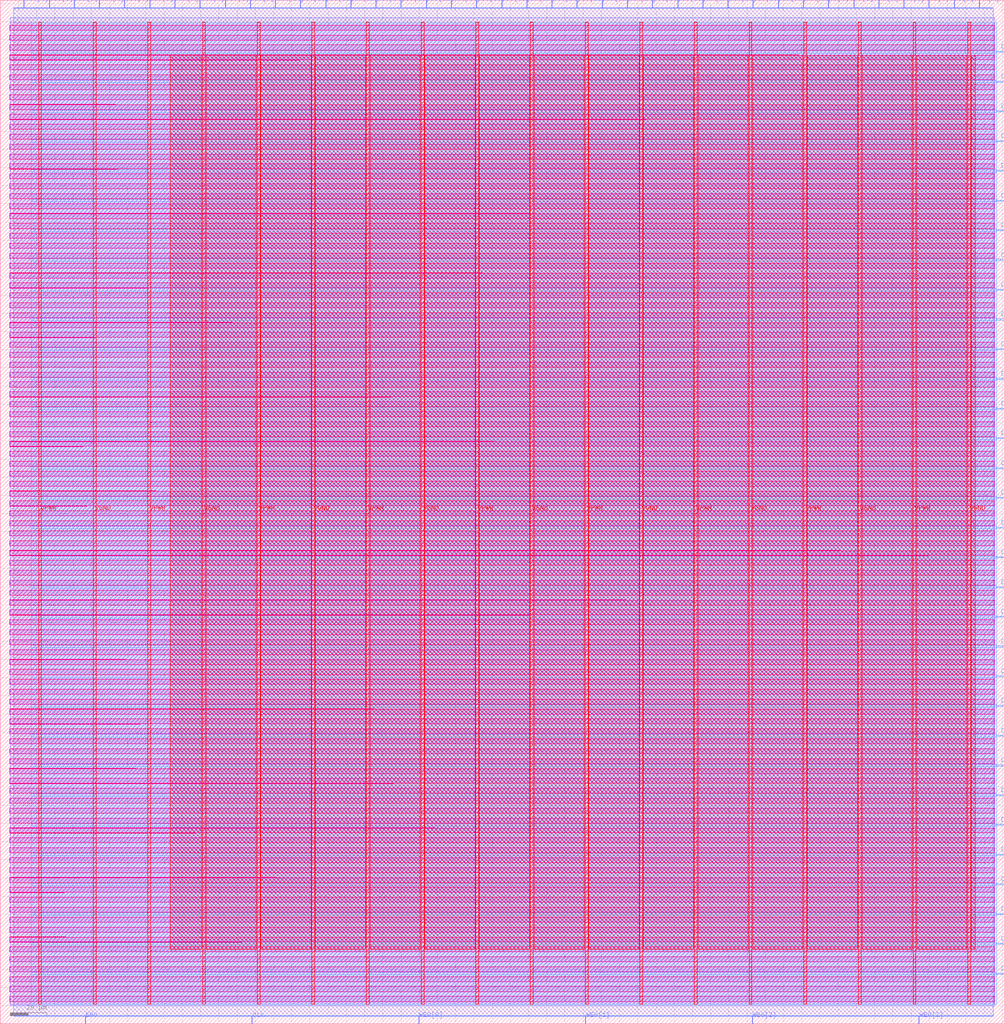
<source format=lef>
VERSION 5.7 ;
  NOWIREEXTENSIONATPIN ON ;
  DIVIDERCHAR "/" ;
  BUSBITCHARS "[]" ;
MACRO DFFRAM128x32
  CLASS BLOCK ;
  FOREIGN DFFRAM128x32 ;
  ORIGIN 0.000 0.000 ;
  SIZE 551.115 BY 561.835 ;
  PIN A0[0]
    DIRECTION INPUT ;
    USE SIGNAL ;
    ANTENNAGATEAREA 0.126000 ;
    PORT
      LAYER met2 ;
        RECT 454.570 557.835 454.850 561.835 ;
    END
  END A0[0]
  PIN A0[1]
    DIRECTION INPUT ;
    USE SIGNAL ;
    ANTENNAGATEAREA 0.495000 ;
    PORT
      LAYER met2 ;
        RECT 468.370 557.835 468.650 561.835 ;
    END
  END A0[1]
  PIN A0[2]
    DIRECTION INPUT ;
    USE SIGNAL ;
    ANTENNAGATEAREA 0.495000 ;
    PORT
      LAYER met2 ;
        RECT 482.170 557.835 482.450 561.835 ;
    END
  END A0[2]
  PIN A0[3]
    DIRECTION INPUT ;
    USE SIGNAL ;
    ANTENNAGATEAREA 0.495000 ;
    PORT
      LAYER met2 ;
        RECT 495.970 557.835 496.250 561.835 ;
    END
  END A0[3]
  PIN A0[4]
    DIRECTION INPUT ;
    USE SIGNAL ;
    ANTENNAGATEAREA 0.247500 ;
    PORT
      LAYER met2 ;
        RECT 509.770 557.835 510.050 561.835 ;
    END
  END A0[4]
  PIN A0[5]
    DIRECTION INPUT ;
    USE SIGNAL ;
    ANTENNAGATEAREA 0.247500 ;
    PORT
      LAYER met2 ;
        RECT 523.570 557.835 523.850 561.835 ;
    END
  END A0[5]
  PIN A0[6]
    DIRECTION INPUT ;
    USE SIGNAL ;
    ANTENNAGATEAREA 0.247500 ;
    PORT
      LAYER met2 ;
        RECT 537.370 557.835 537.650 561.835 ;
    END
  END A0[6]
  PIN CLK
    DIRECTION INPUT ;
    USE SIGNAL ;
    ANTENNAGATEAREA 0.852000 ;
    PORT
      LAYER met2 ;
        RECT 138.090 0.000 138.370 4.000 ;
    END
  END CLK
  PIN Di0[0]
    DIRECTION INPUT ;
    USE SIGNAL ;
    ANTENNAGATEAREA 0.126000 ;
    PORT
      LAYER met3 ;
        RECT 547.115 27.240 551.115 27.840 ;
    END
  END Di0[0]
  PIN Di0[10]
    DIRECTION INPUT ;
    USE SIGNAL ;
    ANTENNAGATEAREA 0.126000 ;
    PORT
      LAYER met3 ;
        RECT 547.115 190.440 551.115 191.040 ;
    END
  END Di0[10]
  PIN Di0[11]
    DIRECTION INPUT ;
    USE SIGNAL ;
    ANTENNAGATEAREA 0.126000 ;
    PORT
      LAYER met3 ;
        RECT 547.115 206.760 551.115 207.360 ;
    END
  END Di0[11]
  PIN Di0[12]
    DIRECTION INPUT ;
    USE SIGNAL ;
    ANTENNAGATEAREA 0.126000 ;
    PORT
      LAYER met3 ;
        RECT 547.115 223.080 551.115 223.680 ;
    END
  END Di0[12]
  PIN Di0[13]
    DIRECTION INPUT ;
    USE SIGNAL ;
    ANTENNAGATEAREA 0.126000 ;
    PORT
      LAYER met3 ;
        RECT 547.115 239.400 551.115 240.000 ;
    END
  END Di0[13]
  PIN Di0[14]
    DIRECTION INPUT ;
    USE SIGNAL ;
    ANTENNAGATEAREA 0.126000 ;
    PORT
      LAYER met3 ;
        RECT 547.115 255.720 551.115 256.320 ;
    END
  END Di0[14]
  PIN Di0[15]
    DIRECTION INPUT ;
    USE SIGNAL ;
    ANTENNAGATEAREA 0.126000 ;
    PORT
      LAYER met3 ;
        RECT 547.115 272.040 551.115 272.640 ;
    END
  END Di0[15]
  PIN Di0[16]
    DIRECTION INPUT ;
    USE SIGNAL ;
    ANTENNAGATEAREA 0.126000 ;
    PORT
      LAYER met3 ;
        RECT 547.115 288.360 551.115 288.960 ;
    END
  END Di0[16]
  PIN Di0[17]
    DIRECTION INPUT ;
    USE SIGNAL ;
    ANTENNAGATEAREA 0.126000 ;
    PORT
      LAYER met3 ;
        RECT 547.115 304.680 551.115 305.280 ;
    END
  END Di0[17]
  PIN Di0[18]
    DIRECTION INPUT ;
    USE SIGNAL ;
    ANTENNAGATEAREA 0.126000 ;
    PORT
      LAYER met3 ;
        RECT 547.115 321.000 551.115 321.600 ;
    END
  END Di0[18]
  PIN Di0[19]
    DIRECTION INPUT ;
    USE SIGNAL ;
    ANTENNAGATEAREA 0.126000 ;
    PORT
      LAYER met3 ;
        RECT 547.115 337.320 551.115 337.920 ;
    END
  END Di0[19]
  PIN Di0[1]
    DIRECTION INPUT ;
    USE SIGNAL ;
    ANTENNAGATEAREA 0.126000 ;
    PORT
      LAYER met3 ;
        RECT 547.115 43.560 551.115 44.160 ;
    END
  END Di0[1]
  PIN Di0[20]
    DIRECTION INPUT ;
    USE SIGNAL ;
    ANTENNAGATEAREA 0.126000 ;
    PORT
      LAYER met3 ;
        RECT 547.115 353.640 551.115 354.240 ;
    END
  END Di0[20]
  PIN Di0[21]
    DIRECTION INPUT ;
    USE SIGNAL ;
    ANTENNAGATEAREA 0.126000 ;
    PORT
      LAYER met3 ;
        RECT 547.115 369.960 551.115 370.560 ;
    END
  END Di0[21]
  PIN Di0[22]
    DIRECTION INPUT ;
    USE SIGNAL ;
    ANTENNAGATEAREA 0.126000 ;
    PORT
      LAYER met3 ;
        RECT 547.115 386.280 551.115 386.880 ;
    END
  END Di0[22]
  PIN Di0[23]
    DIRECTION INPUT ;
    USE SIGNAL ;
    ANTENNAGATEAREA 0.126000 ;
    PORT
      LAYER met3 ;
        RECT 547.115 402.600 551.115 403.200 ;
    END
  END Di0[23]
  PIN Di0[24]
    DIRECTION INPUT ;
    USE SIGNAL ;
    ANTENNAGATEAREA 0.126000 ;
    PORT
      LAYER met3 ;
        RECT 547.115 418.920 551.115 419.520 ;
    END
  END Di0[24]
  PIN Di0[25]
    DIRECTION INPUT ;
    USE SIGNAL ;
    ANTENNAGATEAREA 0.126000 ;
    PORT
      LAYER met3 ;
        RECT 547.115 435.240 551.115 435.840 ;
    END
  END Di0[25]
  PIN Di0[26]
    DIRECTION INPUT ;
    USE SIGNAL ;
    ANTENNAGATEAREA 0.126000 ;
    PORT
      LAYER met3 ;
        RECT 547.115 451.560 551.115 452.160 ;
    END
  END Di0[26]
  PIN Di0[27]
    DIRECTION INPUT ;
    USE SIGNAL ;
    ANTENNAGATEAREA 0.126000 ;
    PORT
      LAYER met3 ;
        RECT 547.115 467.880 551.115 468.480 ;
    END
  END Di0[27]
  PIN Di0[28]
    DIRECTION INPUT ;
    USE SIGNAL ;
    ANTENNAGATEAREA 0.126000 ;
    PORT
      LAYER met3 ;
        RECT 547.115 484.200 551.115 484.800 ;
    END
  END Di0[28]
  PIN Di0[29]
    DIRECTION INPUT ;
    USE SIGNAL ;
    ANTENNAGATEAREA 0.126000 ;
    PORT
      LAYER met3 ;
        RECT 547.115 500.520 551.115 501.120 ;
    END
  END Di0[29]
  PIN Di0[2]
    DIRECTION INPUT ;
    USE SIGNAL ;
    ANTENNAGATEAREA 0.126000 ;
    PORT
      LAYER met3 ;
        RECT 547.115 59.880 551.115 60.480 ;
    END
  END Di0[2]
  PIN Di0[30]
    DIRECTION INPUT ;
    USE SIGNAL ;
    ANTENNAGATEAREA 0.126000 ;
    PORT
      LAYER met3 ;
        RECT 547.115 516.840 551.115 517.440 ;
    END
  END Di0[30]
  PIN Di0[31]
    DIRECTION INPUT ;
    USE SIGNAL ;
    ANTENNAGATEAREA 0.126000 ;
    PORT
      LAYER met3 ;
        RECT 547.115 533.160 551.115 533.760 ;
    END
  END Di0[31]
  PIN Di0[3]
    DIRECTION INPUT ;
    USE SIGNAL ;
    ANTENNAGATEAREA 0.126000 ;
    PORT
      LAYER met3 ;
        RECT 547.115 76.200 551.115 76.800 ;
    END
  END Di0[3]
  PIN Di0[4]
    DIRECTION INPUT ;
    USE SIGNAL ;
    ANTENNAGATEAREA 0.126000 ;
    PORT
      LAYER met3 ;
        RECT 547.115 92.520 551.115 93.120 ;
    END
  END Di0[4]
  PIN Di0[5]
    DIRECTION INPUT ;
    USE SIGNAL ;
    ANTENNAGATEAREA 0.126000 ;
    PORT
      LAYER met3 ;
        RECT 547.115 108.840 551.115 109.440 ;
    END
  END Di0[5]
  PIN Di0[6]
    DIRECTION INPUT ;
    USE SIGNAL ;
    ANTENNAGATEAREA 0.126000 ;
    PORT
      LAYER met3 ;
        RECT 547.115 125.160 551.115 125.760 ;
    END
  END Di0[6]
  PIN Di0[7]
    DIRECTION INPUT ;
    USE SIGNAL ;
    ANTENNAGATEAREA 0.126000 ;
    PORT
      LAYER met3 ;
        RECT 547.115 141.480 551.115 142.080 ;
    END
  END Di0[7]
  PIN Di0[8]
    DIRECTION INPUT ;
    USE SIGNAL ;
    ANTENNAGATEAREA 0.126000 ;
    PORT
      LAYER met3 ;
        RECT 547.115 157.800 551.115 158.400 ;
    END
  END Di0[8]
  PIN Di0[9]
    DIRECTION INPUT ;
    USE SIGNAL ;
    ANTENNAGATEAREA 0.126000 ;
    PORT
      LAYER met3 ;
        RECT 547.115 174.120 551.115 174.720 ;
    END
  END Di0[9]
  PIN Do0[0]
    DIRECTION OUTPUT TRISTATE ;
    USE SIGNAL ;
    ANTENNADIFFAREA 1.336500 ;
    PORT
      LAYER met2 ;
        RECT 12.970 557.835 13.250 561.835 ;
    END
  END Do0[0]
  PIN Do0[10]
    DIRECTION OUTPUT TRISTATE ;
    USE SIGNAL ;
    ANTENNADIFFAREA 1.336500 ;
    PORT
      LAYER met2 ;
        RECT 150.970 557.835 151.250 561.835 ;
    END
  END Do0[10]
  PIN Do0[11]
    DIRECTION OUTPUT TRISTATE ;
    USE SIGNAL ;
    ANTENNADIFFAREA 1.590400 ;
    PORT
      LAYER met2 ;
        RECT 164.770 557.835 165.050 561.835 ;
    END
  END Do0[11]
  PIN Do0[12]
    DIRECTION OUTPUT TRISTATE ;
    USE SIGNAL ;
    ANTENNADIFFAREA 1.782000 ;
    PORT
      LAYER met2 ;
        RECT 178.570 557.835 178.850 561.835 ;
    END
  END Do0[12]
  PIN Do0[13]
    DIRECTION OUTPUT TRISTATE ;
    USE SIGNAL ;
    ANTENNADIFFAREA 1.336500 ;
    PORT
      LAYER met2 ;
        RECT 192.370 557.835 192.650 561.835 ;
    END
  END Do0[13]
  PIN Do0[14]
    DIRECTION OUTPUT TRISTATE ;
    USE SIGNAL ;
    ANTENNADIFFAREA 1.336500 ;
    PORT
      LAYER met2 ;
        RECT 206.170 557.835 206.450 561.835 ;
    END
  END Do0[14]
  PIN Do0[15]
    DIRECTION OUTPUT TRISTATE ;
    USE SIGNAL ;
    ANTENNADIFFAREA 1.336500 ;
    PORT
      LAYER met2 ;
        RECT 219.970 557.835 220.250 561.835 ;
    END
  END Do0[15]
  PIN Do0[16]
    DIRECTION OUTPUT TRISTATE ;
    USE SIGNAL ;
    ANTENNADIFFAREA 1.590400 ;
    PORT
      LAYER met2 ;
        RECT 233.770 557.835 234.050 561.835 ;
    END
  END Do0[16]
  PIN Do0[17]
    DIRECTION OUTPUT TRISTATE ;
    USE SIGNAL ;
    ANTENNADIFFAREA 1.782000 ;
    PORT
      LAYER met2 ;
        RECT 247.570 557.835 247.850 561.835 ;
    END
  END Do0[17]
  PIN Do0[18]
    DIRECTION OUTPUT TRISTATE ;
    USE SIGNAL ;
    ANTENNADIFFAREA 1.336500 ;
    PORT
      LAYER met2 ;
        RECT 261.370 557.835 261.650 561.835 ;
    END
  END Do0[18]
  PIN Do0[19]
    DIRECTION OUTPUT TRISTATE ;
    USE SIGNAL ;
    ANTENNADIFFAREA 1.336500 ;
    PORT
      LAYER met2 ;
        RECT 275.170 557.835 275.450 561.835 ;
    END
  END Do0[19]
  PIN Do0[1]
    DIRECTION OUTPUT TRISTATE ;
    USE SIGNAL ;
    ANTENNADIFFAREA 1.590400 ;
    PORT
      LAYER met2 ;
        RECT 26.770 557.835 27.050 561.835 ;
    END
  END Do0[1]
  PIN Do0[20]
    DIRECTION OUTPUT TRISTATE ;
    USE SIGNAL ;
    ANTENNADIFFAREA 1.336500 ;
    PORT
      LAYER met2 ;
        RECT 288.970 557.835 289.250 561.835 ;
    END
  END Do0[20]
  PIN Do0[21]
    DIRECTION OUTPUT TRISTATE ;
    USE SIGNAL ;
    ANTENNADIFFAREA 1.336500 ;
    PORT
      LAYER met2 ;
        RECT 302.770 557.835 303.050 561.835 ;
    END
  END Do0[21]
  PIN Do0[22]
    DIRECTION OUTPUT TRISTATE ;
    USE SIGNAL ;
    ANTENNADIFFAREA 1.336500 ;
    PORT
      LAYER met2 ;
        RECT 316.570 557.835 316.850 561.835 ;
    END
  END Do0[22]
  PIN Do0[23]
    DIRECTION OUTPUT TRISTATE ;
    USE SIGNAL ;
    ANTENNADIFFAREA 1.590400 ;
    PORT
      LAYER met2 ;
        RECT 330.370 557.835 330.650 561.835 ;
    END
  END Do0[23]
  PIN Do0[24]
    DIRECTION OUTPUT TRISTATE ;
    USE SIGNAL ;
    ANTENNADIFFAREA 1.336500 ;
    PORT
      LAYER met2 ;
        RECT 344.170 557.835 344.450 561.835 ;
    END
  END Do0[24]
  PIN Do0[25]
    DIRECTION OUTPUT TRISTATE ;
    USE SIGNAL ;
    ANTENNADIFFAREA 1.336500 ;
    PORT
      LAYER met2 ;
        RECT 357.970 557.835 358.250 561.835 ;
    END
  END Do0[25]
  PIN Do0[26]
    DIRECTION OUTPUT TRISTATE ;
    USE SIGNAL ;
    ANTENNADIFFAREA 1.336500 ;
    PORT
      LAYER met2 ;
        RECT 371.770 557.835 372.050 561.835 ;
    END
  END Do0[26]
  PIN Do0[27]
    DIRECTION OUTPUT TRISTATE ;
    USE SIGNAL ;
    ANTENNADIFFAREA 1.336500 ;
    PORT
      LAYER met2 ;
        RECT 385.570 557.835 385.850 561.835 ;
    END
  END Do0[27]
  PIN Do0[28]
    DIRECTION OUTPUT TRISTATE ;
    USE SIGNAL ;
    ANTENNADIFFAREA 1.336500 ;
    PORT
      LAYER met2 ;
        RECT 399.370 557.835 399.650 561.835 ;
    END
  END Do0[28]
  PIN Do0[29]
    DIRECTION OUTPUT TRISTATE ;
    USE SIGNAL ;
    ANTENNADIFFAREA 1.336500 ;
    PORT
      LAYER met2 ;
        RECT 413.170 557.835 413.450 561.835 ;
    END
  END Do0[29]
  PIN Do0[2]
    DIRECTION OUTPUT TRISTATE ;
    USE SIGNAL ;
    ANTENNADIFFAREA 1.336500 ;
    PORT
      LAYER met2 ;
        RECT 40.570 557.835 40.850 561.835 ;
    END
  END Do0[2]
  PIN Do0[30]
    DIRECTION OUTPUT TRISTATE ;
    USE SIGNAL ;
    ANTENNADIFFAREA 1.336500 ;
    PORT
      LAYER met2 ;
        RECT 426.970 557.835 427.250 561.835 ;
    END
  END Do0[30]
  PIN Do0[31]
    DIRECTION OUTPUT TRISTATE ;
    USE SIGNAL ;
    ANTENNADIFFAREA 1.336500 ;
    PORT
      LAYER met2 ;
        RECT 440.770 557.835 441.050 561.835 ;
    END
  END Do0[31]
  PIN Do0[3]
    DIRECTION OUTPUT TRISTATE ;
    USE SIGNAL ;
    ANTENNADIFFAREA 1.336500 ;
    PORT
      LAYER met2 ;
        RECT 54.370 557.835 54.650 561.835 ;
    END
  END Do0[3]
  PIN Do0[4]
    DIRECTION OUTPUT TRISTATE ;
    USE SIGNAL ;
    ANTENNADIFFAREA 1.336500 ;
    PORT
      LAYER met2 ;
        RECT 68.170 557.835 68.450 561.835 ;
    END
  END Do0[4]
  PIN Do0[5]
    DIRECTION OUTPUT TRISTATE ;
    USE SIGNAL ;
    ANTENNADIFFAREA 1.336500 ;
    PORT
      LAYER met2 ;
        RECT 81.970 557.835 82.250 561.835 ;
    END
  END Do0[5]
  PIN Do0[6]
    DIRECTION OUTPUT TRISTATE ;
    USE SIGNAL ;
    ANTENNADIFFAREA 1.336500 ;
    PORT
      LAYER met2 ;
        RECT 95.770 557.835 96.050 561.835 ;
    END
  END Do0[6]
  PIN Do0[7]
    DIRECTION OUTPUT TRISTATE ;
    USE SIGNAL ;
    ANTENNADIFFAREA 1.336500 ;
    PORT
      LAYER met2 ;
        RECT 109.570 557.835 109.850 561.835 ;
    END
  END Do0[7]
  PIN Do0[8]
    DIRECTION OUTPUT TRISTATE ;
    USE SIGNAL ;
    ANTENNADIFFAREA 1.336500 ;
    PORT
      LAYER met2 ;
        RECT 123.370 557.835 123.650 561.835 ;
    END
  END Do0[8]
  PIN Do0[9]
    DIRECTION OUTPUT TRISTATE ;
    USE SIGNAL ;
    ANTENNADIFFAREA 1.782000 ;
    PORT
      LAYER met2 ;
        RECT 137.170 557.835 137.450 561.835 ;
    END
  END Do0[9]
  PIN EN0
    DIRECTION INPUT ;
    USE SIGNAL ;
    ANTENNAGATEAREA 0.196500 ;
    PORT
      LAYER met2 ;
        RECT 46.550 0.000 46.830 4.000 ;
    END
  END EN0
  PIN VGND
    DIRECTION INOUT ;
    USE GROUND ;
    PORT
      LAYER met4 ;
        RECT 51.040 10.640 52.640 549.680 ;
    END
    PORT
      LAYER met4 ;
        RECT 111.040 10.640 112.640 549.680 ;
    END
    PORT
      LAYER met4 ;
        RECT 171.040 10.640 172.640 549.680 ;
    END
    PORT
      LAYER met4 ;
        RECT 231.040 10.640 232.640 549.680 ;
    END
    PORT
      LAYER met4 ;
        RECT 291.040 10.640 292.640 549.680 ;
    END
    PORT
      LAYER met4 ;
        RECT 351.040 10.640 352.640 549.680 ;
    END
    PORT
      LAYER met4 ;
        RECT 411.040 10.640 412.640 549.680 ;
    END
    PORT
      LAYER met4 ;
        RECT 471.040 10.640 472.640 549.680 ;
    END
    PORT
      LAYER met4 ;
        RECT 531.040 10.640 532.640 549.680 ;
    END
  END VGND
  PIN VPWR
    DIRECTION INOUT ;
    USE POWER ;
    PORT
      LAYER met4 ;
        RECT 21.040 10.640 22.640 549.680 ;
    END
    PORT
      LAYER met4 ;
        RECT 81.040 10.640 82.640 549.680 ;
    END
    PORT
      LAYER met4 ;
        RECT 141.040 10.640 142.640 549.680 ;
    END
    PORT
      LAYER met4 ;
        RECT 201.040 10.640 202.640 549.680 ;
    END
    PORT
      LAYER met4 ;
        RECT 261.040 10.640 262.640 549.680 ;
    END
    PORT
      LAYER met4 ;
        RECT 321.040 10.640 322.640 549.680 ;
    END
    PORT
      LAYER met4 ;
        RECT 381.040 10.640 382.640 549.680 ;
    END
    PORT
      LAYER met4 ;
        RECT 441.040 10.640 442.640 549.680 ;
    END
    PORT
      LAYER met4 ;
        RECT 501.040 10.640 502.640 549.680 ;
    END
  END VPWR
  PIN WE0[0]
    DIRECTION INPUT ;
    USE SIGNAL ;
    ANTENNAGATEAREA 0.495000 ;
    PORT
      LAYER met2 ;
        RECT 229.630 0.000 229.910 4.000 ;
    END
  END WE0[0]
  PIN WE0[1]
    DIRECTION INPUT ;
    USE SIGNAL ;
    ANTENNAGATEAREA 0.495000 ;
    PORT
      LAYER met2 ;
        RECT 321.170 0.000 321.450 4.000 ;
    END
  END WE0[1]
  PIN WE0[2]
    DIRECTION INPUT ;
    USE SIGNAL ;
    ANTENNAGATEAREA 0.213000 ;
    PORT
      LAYER met2 ;
        RECT 412.710 0.000 412.990 4.000 ;
    END
  END WE0[2]
  PIN WE0[3]
    DIRECTION INPUT ;
    USE SIGNAL ;
    ANTENNAGATEAREA 0.495000 ;
    PORT
      LAYER met2 ;
        RECT 504.250 0.000 504.530 4.000 ;
    END
  END WE0[3]
  OBS
      LAYER nwell ;
        RECT 5.330 545.305 545.750 548.135 ;
        RECT 5.330 539.865 545.750 542.695 ;
        RECT 5.330 534.475 545.750 537.255 ;
        RECT 5.330 534.425 483.995 534.475 ;
        RECT 5.330 531.765 437.995 531.815 ;
        RECT 5.330 529.035 545.750 531.765 ;
        RECT 5.330 528.985 164.295 529.035 ;
        RECT 5.330 526.325 51.595 526.375 ;
        RECT 5.330 523.595 545.750 526.325 ;
        RECT 5.330 523.545 64.475 523.595 ;
        RECT 5.330 520.885 32.735 520.935 ;
        RECT 5.330 518.155 545.750 520.885 ;
        RECT 5.330 518.105 319.315 518.155 ;
        RECT 5.330 515.445 32.735 515.495 ;
        RECT 5.330 512.715 545.750 515.445 ;
        RECT 5.330 512.665 438.455 512.715 ;
        RECT 5.330 510.005 110.015 510.055 ;
        RECT 5.330 507.275 545.750 510.005 ;
        RECT 5.330 507.225 229.155 507.275 ;
        RECT 5.330 504.565 63.095 504.615 ;
        RECT 5.330 501.835 545.750 504.565 ;
        RECT 5.330 501.785 28.135 501.835 ;
        RECT 5.330 499.125 135.775 499.175 ;
        RECT 5.330 496.395 545.750 499.125 ;
        RECT 5.330 496.345 354.735 496.395 ;
        RECT 5.330 493.685 166.135 493.735 ;
        RECT 5.330 490.955 545.750 493.685 ;
        RECT 5.330 490.905 106.795 490.955 ;
        RECT 5.330 485.515 545.750 488.295 ;
        RECT 5.330 485.465 26.295 485.515 ;
        RECT 5.330 482.805 103.115 482.855 ;
        RECT 5.330 480.075 545.750 482.805 ;
        RECT 5.330 480.025 148.655 480.075 ;
        RECT 5.330 477.365 161.535 477.415 ;
        RECT 5.330 474.635 545.750 477.365 ;
        RECT 5.330 474.585 514.815 474.635 ;
        RECT 5.330 469.195 545.750 471.975 ;
        RECT 5.330 469.145 64.475 469.195 ;
        RECT 5.330 466.485 84.255 466.535 ;
        RECT 5.330 463.705 545.750 466.485 ;
        RECT 5.330 461.045 19.395 461.095 ;
        RECT 5.330 458.315 545.750 461.045 ;
        RECT 5.330 458.265 163.835 458.315 ;
        RECT 5.330 455.605 316.095 455.655 ;
        RECT 5.330 452.875 545.750 455.605 ;
        RECT 5.330 452.825 23.995 452.875 ;
        RECT 5.330 450.165 33.655 450.215 ;
        RECT 5.330 447.435 545.750 450.165 ;
        RECT 5.330 447.385 102.195 447.435 ;
        RECT 5.330 444.725 290.335 444.775 ;
        RECT 5.330 441.995 545.750 444.725 ;
        RECT 5.330 441.945 63.555 441.995 ;
        RECT 5.330 439.285 437.535 439.335 ;
        RECT 5.330 436.505 545.750 439.285 ;
        RECT 5.330 433.845 25.835 433.895 ;
        RECT 5.330 431.065 545.750 433.845 ;
        RECT 5.330 428.405 164.295 428.455 ;
        RECT 5.330 425.625 545.750 428.405 ;
        RECT 5.330 422.965 73.675 423.015 ;
        RECT 5.330 420.235 545.750 422.965 ;
        RECT 5.330 420.185 134.395 420.235 ;
        RECT 5.330 417.525 46.535 417.575 ;
        RECT 5.330 414.795 545.750 417.525 ;
        RECT 5.330 414.745 354.735 414.795 ;
        RECT 5.330 412.085 264.575 412.135 ;
        RECT 5.330 409.355 545.750 412.085 ;
        RECT 5.330 409.305 23.995 409.355 ;
        RECT 5.330 403.915 545.750 406.695 ;
        RECT 5.330 403.865 81.035 403.915 ;
        RECT 5.330 401.205 153.715 401.255 ;
        RECT 5.330 398.475 545.750 401.205 ;
        RECT 5.330 398.425 99.435 398.475 ;
        RECT 5.330 395.765 23.995 395.815 ;
        RECT 5.330 393.035 545.750 395.765 ;
        RECT 5.330 392.985 338.635 393.035 ;
        RECT 5.330 390.325 42.395 390.375 ;
        RECT 5.330 387.595 545.750 390.325 ;
        RECT 5.330 387.545 73.215 387.595 ;
        RECT 5.330 384.885 127.495 384.935 ;
        RECT 5.330 382.155 545.750 384.885 ;
        RECT 5.330 382.105 23.535 382.155 ;
        RECT 5.330 379.445 470.655 379.495 ;
        RECT 5.330 376.715 545.750 379.445 ;
        RECT 5.330 376.665 51.595 376.715 ;
        RECT 5.330 371.225 545.750 374.055 ;
        RECT 5.330 368.565 405.795 368.615 ;
        RECT 5.330 365.835 545.750 368.565 ;
        RECT 5.330 365.785 397.975 365.835 ;
        RECT 5.330 363.125 512.055 363.175 ;
        RECT 5.330 360.345 545.750 363.125 ;
        RECT 5.330 354.905 545.750 357.735 ;
        RECT 5.330 349.465 545.750 352.295 ;
        RECT 5.330 344.075 545.750 346.855 ;
        RECT 5.330 344.025 213.975 344.075 ;
        RECT 5.330 341.365 154.635 341.415 ;
        RECT 5.330 338.635 545.750 341.365 ;
        RECT 5.330 338.585 87.015 338.635 ;
        RECT 5.330 335.925 32.735 335.975 ;
        RECT 5.330 333.195 545.750 335.925 ;
        RECT 5.330 333.145 105.875 333.195 ;
        RECT 5.330 330.485 70.915 330.535 ;
        RECT 5.330 327.755 545.750 330.485 ;
        RECT 5.330 327.705 193.275 327.755 ;
        RECT 5.330 325.045 383.255 325.095 ;
        RECT 5.330 322.315 545.750 325.045 ;
        RECT 5.330 322.265 252.155 322.315 ;
        RECT 5.330 319.605 271.015 319.655 ;
        RECT 5.330 316.875 545.750 319.605 ;
        RECT 5.330 316.825 45.615 316.875 ;
        RECT 5.330 314.165 99.435 314.215 ;
        RECT 5.330 311.435 545.750 314.165 ;
        RECT 5.330 311.385 347.835 311.435 ;
        RECT 5.330 308.725 161.535 308.775 ;
        RECT 5.330 305.995 545.750 308.725 ;
        RECT 5.330 305.945 37.795 305.995 ;
        RECT 5.330 303.285 51.595 303.335 ;
        RECT 5.330 300.555 545.750 303.285 ;
        RECT 5.330 300.505 130.255 300.555 ;
        RECT 5.330 297.845 39.635 297.895 ;
        RECT 5.330 295.115 545.750 297.845 ;
        RECT 5.330 295.065 434.315 295.115 ;
        RECT 5.330 292.405 85.635 292.455 ;
        RECT 5.330 289.675 545.750 292.405 ;
        RECT 5.330 289.625 154.635 289.675 ;
        RECT 5.330 284.235 545.750 287.015 ;
        RECT 5.330 284.185 47.455 284.235 ;
        RECT 5.330 281.525 400.735 281.575 ;
        RECT 5.330 278.795 545.750 281.525 ;
        RECT 5.330 278.745 37.335 278.795 ;
        RECT 5.330 276.085 62.635 276.135 ;
        RECT 5.330 273.355 545.750 276.085 ;
        RECT 5.330 273.305 89.315 273.355 ;
        RECT 5.330 270.645 110.015 270.695 ;
        RECT 5.330 267.915 545.750 270.645 ;
        RECT 5.330 267.865 71.375 267.915 ;
        RECT 5.330 265.205 396.135 265.255 ;
        RECT 5.330 262.475 545.750 265.205 ;
        RECT 5.330 262.425 371.295 262.475 ;
        RECT 5.330 259.765 460.995 259.815 ;
        RECT 5.330 257.035 545.750 259.765 ;
        RECT 5.330 256.985 509.295 257.035 ;
        RECT 5.330 254.325 161.535 254.375 ;
        RECT 5.330 251.595 545.750 254.325 ;
        RECT 5.330 251.545 63.555 251.595 ;
        RECT 5.330 248.885 34.575 248.935 ;
        RECT 5.330 246.155 545.750 248.885 ;
        RECT 5.330 246.105 422.355 246.155 ;
        RECT 5.330 240.665 545.750 243.495 ;
        RECT 5.330 238.005 341.855 238.055 ;
        RECT 5.330 235.275 545.750 238.005 ;
        RECT 5.330 235.225 361.175 235.275 ;
        RECT 5.330 232.565 343.695 232.615 ;
        RECT 5.330 229.835 545.750 232.565 ;
        RECT 5.330 229.785 457.775 229.835 ;
        RECT 5.330 227.125 238.815 227.175 ;
        RECT 5.330 224.395 545.750 227.125 ;
        RECT 5.330 224.345 291.255 224.395 ;
        RECT 5.330 221.685 253.535 221.735 ;
        RECT 5.330 218.955 545.750 221.685 ;
        RECT 5.330 218.905 251.695 218.955 ;
        RECT 5.330 216.245 101.275 216.295 ;
        RECT 5.330 213.515 545.750 216.245 ;
        RECT 5.330 213.465 38.255 213.515 ;
        RECT 5.330 210.805 384.175 210.855 ;
        RECT 5.330 208.075 545.750 210.805 ;
        RECT 5.330 208.025 51.595 208.075 ;
        RECT 5.330 205.365 370.835 205.415 ;
        RECT 5.330 202.635 545.750 205.365 ;
        RECT 5.330 202.585 76.435 202.635 ;
        RECT 5.330 199.925 68.615 199.975 ;
        RECT 5.330 197.195 545.750 199.925 ;
        RECT 5.330 197.145 37.795 197.195 ;
        RECT 5.330 194.485 187.295 194.535 ;
        RECT 5.330 191.705 545.750 194.485 ;
        RECT 5.330 189.045 100.815 189.095 ;
        RECT 5.330 186.315 545.750 189.045 ;
        RECT 5.330 186.265 71.375 186.315 ;
        RECT 5.330 183.605 37.335 183.655 ;
        RECT 5.330 180.875 545.750 183.605 ;
        RECT 5.330 180.825 71.375 180.875 ;
        RECT 5.330 178.165 238.815 178.215 ;
        RECT 5.330 175.435 545.750 178.165 ;
        RECT 5.330 175.385 190.055 175.435 ;
        RECT 5.330 172.725 205.235 172.775 ;
        RECT 5.330 169.945 545.750 172.725 ;
        RECT 5.330 167.285 32.735 167.335 ;
        RECT 5.330 164.555 545.750 167.285 ;
        RECT 5.330 164.505 76.895 164.555 ;
        RECT 5.330 161.845 47.455 161.895 ;
        RECT 5.330 159.115 545.750 161.845 ;
        RECT 5.330 159.065 122.895 159.115 ;
        RECT 5.330 156.405 238.815 156.455 ;
        RECT 5.330 153.675 545.750 156.405 ;
        RECT 5.330 153.625 411.775 153.675 ;
        RECT 5.330 150.965 34.575 151.015 ;
        RECT 5.330 148.235 545.750 150.965 ;
        RECT 5.330 148.185 97.135 148.235 ;
        RECT 5.330 145.525 73.675 145.575 ;
        RECT 5.330 142.795 545.750 145.525 ;
        RECT 5.330 142.745 408.095 142.795 ;
        RECT 5.330 140.085 74.595 140.135 ;
        RECT 5.330 137.355 545.750 140.085 ;
        RECT 5.330 137.305 251.695 137.355 ;
        RECT 5.330 134.645 35.495 134.695 ;
        RECT 5.330 131.915 545.750 134.645 ;
        RECT 5.330 131.865 215.815 131.915 ;
        RECT 5.330 129.205 135.775 129.255 ;
        RECT 5.330 126.475 545.750 129.205 ;
        RECT 5.330 126.425 36.875 126.475 ;
        RECT 5.330 123.765 143.595 123.815 ;
        RECT 5.330 121.035 545.750 123.765 ;
        RECT 5.330 120.985 416.375 121.035 ;
        RECT 5.330 118.325 84.255 118.375 ;
        RECT 5.330 115.595 545.750 118.325 ;
        RECT 5.330 115.545 432.015 115.595 ;
        RECT 5.330 112.885 206.155 112.935 ;
        RECT 5.330 110.155 545.750 112.885 ;
        RECT 5.330 110.105 45.615 110.155 ;
        RECT 5.330 107.445 238.815 107.495 ;
        RECT 5.330 104.715 545.750 107.445 ;
        RECT 5.330 104.665 106.795 104.715 ;
        RECT 5.330 99.275 545.750 102.055 ;
        RECT 5.330 99.225 64.475 99.275 ;
        RECT 5.330 96.565 496.415 96.615 ;
        RECT 5.330 93.835 545.750 96.565 ;
        RECT 5.330 93.785 215.815 93.835 ;
        RECT 5.330 91.125 35.955 91.175 ;
        RECT 5.330 88.395 545.750 91.125 ;
        RECT 5.330 88.345 75.515 88.395 ;
        RECT 5.330 85.685 68.155 85.735 ;
        RECT 5.330 82.955 545.750 85.685 ;
        RECT 5.330 82.905 123.355 82.955 ;
        RECT 5.330 80.245 151.875 80.295 ;
        RECT 5.330 77.465 545.750 80.245 ;
        RECT 5.330 74.805 341.855 74.855 ;
        RECT 5.330 72.075 545.750 74.805 ;
        RECT 5.330 72.025 35.495 72.075 ;
        RECT 5.330 69.365 74.135 69.415 ;
        RECT 5.330 66.635 545.750 69.365 ;
        RECT 5.330 66.585 46.075 66.635 ;
        RECT 5.330 63.925 412.235 63.975 ;
        RECT 5.330 61.195 545.750 63.925 ;
        RECT 5.330 61.145 132.555 61.195 ;
        RECT 5.330 58.485 35.955 58.535 ;
        RECT 5.330 55.755 545.750 58.485 ;
        RECT 5.330 55.705 264.115 55.755 ;
        RECT 5.330 53.045 68.155 53.095 ;
        RECT 5.330 50.315 545.750 53.045 ;
        RECT 5.330 50.265 45.615 50.315 ;
        RECT 5.330 47.605 35.955 47.655 ;
        RECT 5.330 44.875 545.750 47.605 ;
        RECT 5.330 44.825 132.555 44.875 ;
        RECT 5.330 42.165 135.775 42.215 ;
        RECT 5.330 39.435 545.750 42.165 ;
        RECT 5.330 39.385 217.655 39.435 ;
        RECT 5.330 36.725 99.435 36.775 ;
        RECT 5.330 33.995 545.750 36.725 ;
        RECT 5.330 33.945 185.455 33.995 ;
        RECT 5.330 28.505 545.750 31.335 ;
        RECT 5.330 23.065 545.750 25.895 ;
        RECT 5.330 17.625 545.750 20.455 ;
        RECT 5.330 12.185 545.750 15.015 ;
      LAYER li1 ;
        RECT 5.520 10.795 545.560 549.525 ;
      LAYER met1 ;
        RECT 5.520 9.900 545.860 552.120 ;
      LAYER met2 ;
        RECT 7.460 557.555 12.690 557.835 ;
        RECT 13.530 557.555 26.490 557.835 ;
        RECT 27.330 557.555 40.290 557.835 ;
        RECT 41.130 557.555 54.090 557.835 ;
        RECT 54.930 557.555 67.890 557.835 ;
        RECT 68.730 557.555 81.690 557.835 ;
        RECT 82.530 557.555 95.490 557.835 ;
        RECT 96.330 557.555 109.290 557.835 ;
        RECT 110.130 557.555 123.090 557.835 ;
        RECT 123.930 557.555 136.890 557.835 ;
        RECT 137.730 557.555 150.690 557.835 ;
        RECT 151.530 557.555 164.490 557.835 ;
        RECT 165.330 557.555 178.290 557.835 ;
        RECT 179.130 557.555 192.090 557.835 ;
        RECT 192.930 557.555 205.890 557.835 ;
        RECT 206.730 557.555 219.690 557.835 ;
        RECT 220.530 557.555 233.490 557.835 ;
        RECT 234.330 557.555 247.290 557.835 ;
        RECT 248.130 557.555 261.090 557.835 ;
        RECT 261.930 557.555 274.890 557.835 ;
        RECT 275.730 557.555 288.690 557.835 ;
        RECT 289.530 557.555 302.490 557.835 ;
        RECT 303.330 557.555 316.290 557.835 ;
        RECT 317.130 557.555 330.090 557.835 ;
        RECT 330.930 557.555 343.890 557.835 ;
        RECT 344.730 557.555 357.690 557.835 ;
        RECT 358.530 557.555 371.490 557.835 ;
        RECT 372.330 557.555 385.290 557.835 ;
        RECT 386.130 557.555 399.090 557.835 ;
        RECT 399.930 557.555 412.890 557.835 ;
        RECT 413.730 557.555 426.690 557.835 ;
        RECT 427.530 557.555 440.490 557.835 ;
        RECT 441.330 557.555 454.290 557.835 ;
        RECT 455.130 557.555 468.090 557.835 ;
        RECT 468.930 557.555 481.890 557.835 ;
        RECT 482.730 557.555 495.690 557.835 ;
        RECT 496.530 557.555 509.490 557.835 ;
        RECT 510.330 557.555 523.290 557.835 ;
        RECT 524.130 557.555 537.090 557.835 ;
        RECT 537.930 557.555 545.000 557.835 ;
        RECT 7.460 4.280 545.000 557.555 ;
        RECT 7.460 4.000 46.270 4.280 ;
        RECT 47.110 4.000 137.810 4.280 ;
        RECT 138.650 4.000 229.350 4.280 ;
        RECT 230.190 4.000 320.890 4.280 ;
        RECT 321.730 4.000 412.430 4.280 ;
        RECT 413.270 4.000 503.970 4.280 ;
        RECT 504.810 4.000 545.000 4.280 ;
      LAYER met3 ;
        RECT 17.085 534.160 547.115 549.605 ;
        RECT 17.085 532.760 546.715 534.160 ;
        RECT 17.085 517.840 547.115 532.760 ;
        RECT 17.085 516.440 546.715 517.840 ;
        RECT 17.085 501.520 547.115 516.440 ;
        RECT 17.085 500.120 546.715 501.520 ;
        RECT 17.085 485.200 547.115 500.120 ;
        RECT 17.085 483.800 546.715 485.200 ;
        RECT 17.085 468.880 547.115 483.800 ;
        RECT 17.085 467.480 546.715 468.880 ;
        RECT 17.085 452.560 547.115 467.480 ;
        RECT 17.085 451.160 546.715 452.560 ;
        RECT 17.085 436.240 547.115 451.160 ;
        RECT 17.085 434.840 546.715 436.240 ;
        RECT 17.085 419.920 547.115 434.840 ;
        RECT 17.085 418.520 546.715 419.920 ;
        RECT 17.085 403.600 547.115 418.520 ;
        RECT 17.085 402.200 546.715 403.600 ;
        RECT 17.085 387.280 547.115 402.200 ;
        RECT 17.085 385.880 546.715 387.280 ;
        RECT 17.085 370.960 547.115 385.880 ;
        RECT 17.085 369.560 546.715 370.960 ;
        RECT 17.085 354.640 547.115 369.560 ;
        RECT 17.085 353.240 546.715 354.640 ;
        RECT 17.085 338.320 547.115 353.240 ;
        RECT 17.085 336.920 546.715 338.320 ;
        RECT 17.085 322.000 547.115 336.920 ;
        RECT 17.085 320.600 546.715 322.000 ;
        RECT 17.085 305.680 547.115 320.600 ;
        RECT 17.085 304.280 546.715 305.680 ;
        RECT 17.085 289.360 547.115 304.280 ;
        RECT 17.085 287.960 546.715 289.360 ;
        RECT 17.085 273.040 547.115 287.960 ;
        RECT 17.085 271.640 546.715 273.040 ;
        RECT 17.085 256.720 547.115 271.640 ;
        RECT 17.085 255.320 546.715 256.720 ;
        RECT 17.085 240.400 547.115 255.320 ;
        RECT 17.085 239.000 546.715 240.400 ;
        RECT 17.085 224.080 547.115 239.000 ;
        RECT 17.085 222.680 546.715 224.080 ;
        RECT 17.085 207.760 547.115 222.680 ;
        RECT 17.085 206.360 546.715 207.760 ;
        RECT 17.085 191.440 547.115 206.360 ;
        RECT 17.085 190.040 546.715 191.440 ;
        RECT 17.085 175.120 547.115 190.040 ;
        RECT 17.085 173.720 546.715 175.120 ;
        RECT 17.085 158.800 547.115 173.720 ;
        RECT 17.085 157.400 546.715 158.800 ;
        RECT 17.085 142.480 547.115 157.400 ;
        RECT 17.085 141.080 546.715 142.480 ;
        RECT 17.085 126.160 547.115 141.080 ;
        RECT 17.085 124.760 546.715 126.160 ;
        RECT 17.085 109.840 547.115 124.760 ;
        RECT 17.085 108.440 546.715 109.840 ;
        RECT 17.085 93.520 547.115 108.440 ;
        RECT 17.085 92.120 546.715 93.520 ;
        RECT 17.085 77.200 547.115 92.120 ;
        RECT 17.085 75.800 546.715 77.200 ;
        RECT 17.085 60.880 547.115 75.800 ;
        RECT 17.085 59.480 546.715 60.880 ;
        RECT 17.085 44.560 547.115 59.480 ;
        RECT 17.085 43.160 546.715 44.560 ;
        RECT 17.085 28.240 547.115 43.160 ;
        RECT 17.085 26.840 546.715 28.240 ;
        RECT 17.085 10.715 547.115 26.840 ;
      LAYER met4 ;
        RECT 93.215 40.975 110.640 531.585 ;
        RECT 113.040 40.975 140.640 531.585 ;
        RECT 143.040 40.975 170.640 531.585 ;
        RECT 173.040 40.975 200.640 531.585 ;
        RECT 203.040 40.975 230.640 531.585 ;
        RECT 233.040 40.975 260.640 531.585 ;
        RECT 263.040 40.975 290.640 531.585 ;
        RECT 293.040 40.975 320.640 531.585 ;
        RECT 323.040 40.975 350.640 531.585 ;
        RECT 353.040 40.975 380.640 531.585 ;
        RECT 383.040 40.975 410.640 531.585 ;
        RECT 413.040 40.975 440.640 531.585 ;
        RECT 443.040 40.975 470.640 531.585 ;
        RECT 473.040 40.975 500.640 531.585 ;
        RECT 503.040 40.975 530.640 531.585 ;
        RECT 533.040 40.975 535.145 531.585 ;
  END
END DFFRAM128x32
END LIBRARY


</source>
